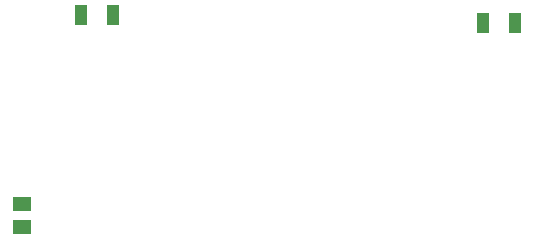
<source format=gbp>
G04*
G04 #@! TF.GenerationSoftware,Altium Limited,Altium Designer,23.1.1 (15)*
G04*
G04 Layer_Color=128*
%FSLAX44Y44*%
%MOMM*%
G71*
G04*
G04 #@! TF.SameCoordinates,D6B2EDEF-5A9D-4844-A5D7-26F624485CE4*
G04*
G04*
G04 #@! TF.FilePolarity,Positive*
G04*
G01*
G75*
%ADD17R,1.1000X1.7000*%
%ADD19R,1.5000X1.3000*%
D17*
X711670Y896620D02*
D03*
X738670D02*
D03*
X1052030Y890270D02*
D03*
X1079030D02*
D03*
D19*
X661670Y736550D02*
D03*
Y717550D02*
D03*
M02*

</source>
